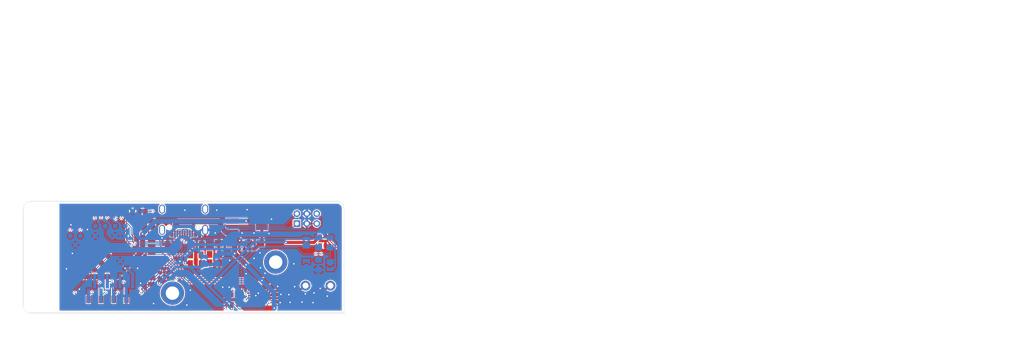
<source format=kicad_pcb>
(kicad_pcb (version 20240108) (generator "pcbnew") (generator_version "8.0")
  (title_block (date "2024-12-31") (rev "v1"))
  (layers (0 "F.Cu" signal) (31 "B.Cu" signal) (34 "B.Paste" user) (35 "F.Paste" user) (36 "B.SilkS" user "B.Silkscreen") (37 "F.SilkS" user "F.Silkscreen") (38 "B.Mask" user) (39 "F.Mask" user) (44 "Edge.Cuts" user))
  (net 0 "")
  (net 1 "/3V3")
  (net 2 "GND")
  (net 3 "/5V")
  (net 4 "Net-(J1-Pin_2)")
  (net 5 "Net-(J1-Pin_1)")
  (net 6 "/SD_MODE")
  (net 7 "/GAIN_SLOT")
  (net 8 "/ESP_LED")
  (net 9 "Net-(USBC1-CC1)")
  (net 10 "Net-(USBC1-CC2)")
  (net 11 "/ESP_PROG")
  (net 12 "/ESP_EN")
  (net 13 "/USB_N")
  (net 14 "/ESP_TXD")
  (net 15 "/ESP_RXD")
  (net 16 "/USB_P")
  (net 17 "/I2S_BCLK")
  (net 18 "/I2S_LRCLK")
  (net 19 "/I2S_DIN")
  (net 26 "/GPIO_21")
  (net 27 "/GPIO_19")
  (net 28 "/GPIO_16")
  (net 29 "/GPIO_17")
  (net 30 "/GPIO_5")
  (net 31 "/GPIO_18")
  (net 32 "/GPIO_4")
  (net 33 "/GPIO_35")
  (net 34 "/GPIO_25")
  (net 35 "/GPIO_32")
  (net 36 "/GPIO_26")
  (net 37 "/GPIO_34")
  (net 38 "/GPIO_33")
  (net 50 "unconnected-(U5-IO48-Pad25)")
  (net 52 "Net-(LED1--)")
  (net 53 "Net-(LED2-K)")
  (net 55 "/WLED_VDD")
  (net 56 "Net-(LED3-DO)")
  (net 57 "/WLED")
  (net 58 "Net-(LED4-DO)")
  (footprint "easyeda2kicad:LED-SMD_4P-L2.0-W2.0-TL_WS2812B-2020" (layer "F.Cu") (at 135.2 108 90)
    (property "Reference" "LED5" (hide yes))
    (property "Value" "WS2812B-2020")
  )
  (footprint "easyeda2kicad:LED-SMD_4P-L2.0-W2.0-TL_WS2812B-2020" (layer "F.Cu") (at 103.4 114.9 180)
    (property "Reference" "LED3" (hide yes))
    (property "Value" "WS2812B-2020")
  )
  (footprint "easyeda2kicad:R0805" (layer "F.Cu") (at 111.1 114.2 180)
    (property "Reference" "R1" (hide yes))
    (property "Value" "100")
  )
  (footprint "easyeda2kicad:LED-SMD_4P-L2.0-W2.0-TL_WS2812B-2020" (layer "F.Cu") (at 116.4 119.8 -90)
    (property "Reference" "LED4" (hide yes))
    (property "Value" "WS2812B-2020")
  )
  (footprint "easyeda2kicad:CONN-TH_2P-P5.00_WJ128V-5.0-2P" (layer "F.Cu") (at 134.25 117)
    (property "Reference" "J1" (hide yes))
    (property "Value" "Screw_Terminal_01x02")
  )
  (footprint "easyeda2kicad:WIRELM-SMD_ESP32-S3-WROOM-1" (layer "F.Cu") (at 91.9375 111 90)
    (property "Reference" "U5")
    (property "Value" "ESP32-S3-WROOM-1-N4R2")
  )
  (footprint "MountingHole:MountingHole_2.7mm_M2.5_DIN965_Pad" (layer "F.Cu") (at 125.75 112.25)
    (property "Reference" "H1" (hide yes))
    (property "Value" "MountingHole_Pad_MP")
  )
  (footprint "easyeda2kicad:R0805" (layer "F.Cu") (at 109.9 108.7 180)
    (property "Reference" "U3")
    (property "Value" "5k1")
  )
  (footprint "easyeda2kicad:CASE-A_3216" (layer "F.Cu") (at 121.5 108.5 180)
    (property "Reference" "C1" (hide yes))
    (property "Value" "22u (Tantalum)")
  )
  (footprint "LOGO" (layer "F.Cu") (at 111.9 119.6)
    (property "Reference" "G***" (hide yes))
    (property "Value" "LOGO" (hide yes))
  )
  (footprint "easyeda2kicad:LED0805-RD_GREEN" (layer "F.Cu") (at 109.7 112.5 180)
    (property "Reference" "LED2")
    (property "Value" "XL-2012UGC")
  )
  (footprint "easyeda2kicad:R0805" (layer "F.Cu") (at 105 108.7)
    (property "Reference" "U2")
    (property "Value" "5k1")
  )
  (footprint "easyeda2kicad:SOT-223-3_L6.5-W3.4-P2.30-LS7.0-BR" (layer "F.Cu") (at 120 104 180)
    (property "Reference" "U1" (hide yes))
    (property "Value" "AMS1117-3.3")
  )
  (footprint "easyeda2kicad:USB-C_SMD-TYPE-C-31-M-12" (layer "F.Cu") (at 107.25 104.0525 180)
    (property "Reference" "USBC1" (hide yes))
    (property "Value" "TYPE-C-31-M-12")
  )
  (footprint "easyeda2kicad:R0805" (layer "F.Cu") (at 113.45 112.4 180)
    (property "Reference" "R3")
    (property "Value" "100")
  )
  (footprint "MountingHole:MountingHole_2.7mm_M2.5_DIN965_Pad" (layer "F.Cu") (at 105 118.5)
    (property "Reference" "H3" (hide yes))
    (property "Value" "MountingHole_Pad_MP")
  )
  (footprint "Connector_PinHeader_2.00mm:PinHeader_2x03_P2.00mm_Vertical" (layer "F.Cu") (at 130 104.5 90)
    (property "Reference" "J3" (hide yes))
    (property "Value" "Conn_02x03_Counter_Clockwise")
  )
  (footprint "easyeda2kicad:C0805" (layer "F.Cu") (at 125.6 115.9)
    (property "Reference" "C3")
    (property "Value" "10u")
  )
  (footprint "easyeda2kicad:C0805" (layer "F.Cu") (at 118.5 119.5 -90)
    (property "Reference" "C6")
    (property "Value" "0.1u")
  )
  (footprint "easyeda2kicad:TQFN-16_L3.0-W3.0-P0.50-BL-EP1.5" (layer "F.Cu") (at 122 118.75 -90)
    (property "Reference" "U4" (hide yes))
    (property "Value" "MAX98357AETE+T")
  )
  (footprint "easyeda2kicad:R0805" (layer "F.Cu") (at 113.45 110.7 180)
    (property "Reference" "R8")
    (property "Value" "100")
  )
  (footprint "easyeda2kicad:CASE-A_3216" (layer "F.Cu") (at 115.5 108.5 180)
    (property "Reference" "C2" (hide yes))
    (property "Value" "22u (Tantalum)")
  )
  (footprint "easyeda2kicad:LED0805-R-RD" (layer "F.Cu") (at 109.7 110.8 180)
    (property "Reference" "LED1")
    (property "Value" "FC-2012HRK-620D")
  )
  (footprint "TestPoint:TestPoint_Pad_D1.0mm" (layer "B.Cu") (at 97 102 180)
    (property "Reference" "TP19" (hide yes))
    (property "Value" "TestPoint")
  )
  (footprint "TestPoint:TestPoint_Pad_D1.0mm" (layer "B.Cu") (at 89.5 105 180)
    (property "Reference" "TP2")
    (property "Value" "TestPoint")
  )
  (footprint "Resistor_SMD:R_0805_2012Metric_Pad1.20x1.40mm_HandSolder" (layer "B.Cu") (at 134.35 108.3 -90)
    (property "Reference" "R5")
    (property "Value" "DNP")
  )
  (footprint "Jumper:SolderJumper-2_P1.3mm_Open_TrianglePad1.0x1.5mm" (layer "B.Cu") (at 111.35 112 90)
    (property "Reference" "JP5")
    (property "Value" "SolderJumper_2_Open")
  )
  (footprint "TestPoint:TestPoint_Pad_D1.0mm" (layer "B.Cu") (at 93.5 105 180)
    (property "Reference" "TP5")
    (property "Value" "TestPoint")
  )
  (footprint "TestPoint:TestPoint_Pad_D1.0mm" (layer "B.Cu") (at 85.5 108.8 180)
    (property "Reference" "TP17")
    (property "Value" "TestPoint")
  )
  (footprint "Jumper:SolderJumper-2_P1.3mm_Open_TrianglePad1.0x1.5mm" (layer "B.Cu") (at 131.9 108.3 90)
    (property "Reference" "JP3")
    (property "Value" "SolderJumper_2_Open")
  )
  (footprint "Connector_PinHeader_1.27mm:PinHeader_1x08_P1.27mm_Vertical_SMD_Pin1Right" (layer "B.Cu") (at 92.55 117.55 90)
    (property "Reference" "J2")
    (property "Value" "Conn_01x08_Pin")
  )
  (footprint "TestPoint:TestPoint_Pad_D1.0mm" (layer "B.Cu") (at 84.5 107 180)
    (property "Reference" "TP16")
    (property "Value" "TestPoint")
  )
  (footprint "TestPoint:TestPoint_Pad_D1.0mm" (layer "B.Cu") (at 94.5 112 180)
    (property "Reference" "TP1")
    (property "Value" "TestPoint")
  )
  (footprint "TestPoint:TestPoint_Pad_D1.0mm" (layer "B.Cu") (at 99 102 180)
    (property "Reference" "TP18" (hide yes))
    (property "Value" "TestPoint")
  )
  (footprint "Jumper:SolderJumper-2_P1.3mm_Open_TrianglePad1.0x1.5mm" (layer "B.Cu") (at 113.9 112 90)
    (property "Reference" "JP4")
    (property "Value" "SolderJumper_2_Open")
  )
  (footprint "Resistor_SMD:R_0805_2012Metric_Pad1.20x1.40mm_HandSolder" (layer "B.Cu") (at 136.7 108.35 -90)
    (property "Reference" "R4")
    (property "Value" "DNP")
  )
  (footprint "TestPoint:TestPoint_Pad_D1.0mm" (layer "B.Cu") (at 95.5 105 180)
    (property "Reference" "TP12")
    (property "Value" "TestPoint")
  )
  (footprint "Jumper:SolderJumper-2_P1.3mm_Open_TrianglePad1.0x1.5mm" (layer "B.Cu") (at 131.9 112.8 90)
    (property "Reference" "JP2")
    (property "Value" "SolderJumper_2_Open")
  )
  (footprint "TestPoint:TestPoint_Pad_D1.0mm" (layer "B.Cu") (at 93.5 107 180)
    (property "Reference" "TP6")
    (property "Value" "TestPoint")
  )
  (footprint "TestPoint:TestPoint_Pad_D1.0mm" (layer "B.Cu") (at 86.5 107 180)
    (property "Reference" "TP15")
    (property "Value" "TestPoint")
  )
  (footprint "TestPoint:TestPoint_Pad_D1.0mm" (layer "B.Cu") (at 95.5 107 180)
    (property "Reference" "TP4")
    (property "Value" "TestPoint")
  )
  (footprint "Jumper:SolderJumper-2_P1.3mm_Open_TrianglePad1.0x1.5mm" (layer "B.Cu") (at 136.7 112.85 -90)
    (property "Reference" "JP1")
    (property "Value" "SolderJumper_2_Open")
  )
  (footprint "TestPoint:TestPoint_Pad_D1.0mm" (layer "B.Cu") (at 91.5 105 180)
    (property "Reference" "TP3")
    (property "Value" "TestPoint")
  )
  (footprint "Resistor_SMD:R_0805_2012Metric_Pad1.20x1.40mm_HandSolder" (layer "B.Cu") (at 134.35 112.8 -90)
    (property "Reference" "R6")
    (property "Value" "DNP")
  )
  (footprint "TestPoint:TestPoint_Pad_D1.0mm" (layer "B.Cu") (at 89.5 107 180)
    (property "Reference" "TP13")
    (property "Value" "TestPoint")
  )
  (gr_line (start 139.5 122.5) (end 76.5 122.5) (stroke (width 0.1)) (layer "Edge.Cuts"))
  (gr_arc (start 74.999999 101.499999) (mid 75.439339 100.439339) (end 76.499999 99.999999) (stroke (width 0.05)) (layer "Edge.Cuts"))
  (gr_arc (start 76.5 122.5) (mid 75.43934 122.06066) (end 75 121) (stroke (width 0.05)) (layer "Edge.Cuts"))
  (gr_line (start 139.5 122.5) (end 139.5 101.5) (stroke (width 0.05)) (layer "Edge.Cuts"))
  (gr_arc (start 138.093204 100) (mid 139.093272 100.471764) (end 139.5 101.5) (stroke (width 0.05)) (layer "Edge.Cuts"))
  (gr_line (start 76.499999 99.999999) (end 138.093204 100) (stroke (width 0.1)) (layer "Edge.Cuts"))
  (gr_line (start 75 121) (end 74.999999 101.499999) (stroke (width 0.1)) (layer "Edge.Cuts"))
  (segment (start 108.6 112.5) (end 108.6 112.7) (width 0.6) (layer "F.Cu") (net 1))
  (segment (start 84.3175 119.75) (end 84.3175 117.3825) (width 0.8) (layer "F.Cu") (net 1))
  (segment (start 121.6 109.6) (end 122.7 108.5) (width 0.6) (layer "F.Cu") (net 1))
  (segment (start 122.97 104) (end 122.97 108.23) (width 0.6) (layer "F.Cu") (net 1))
  (segment (start 118.95 109.6) (end 121.6 109.6) (width 0.6) (layer "F.Cu") (net 1))
  (segment (start 84.3175 117.3825) (end 86.5 115.2) (width 1) (layer "F.Cu") (net 1))
  (segment (start 108.6 112.7) (end 110.1 114.2) (width 0.6) (layer "F.Cu") (net 1))
  (segment (start 99 110) (end 99 106.55) (width 1) (layer "F.Cu") (net 1))
  (segment (start 93.8 115.2) (end 99 110) (width 1) (layer "F.Cu") (net 1))
  (segment (start 86.5 115.2) (end 93.8 115.2) (width 1) (layer "F.Cu") (net 1))
  (segment (start 107.6 112.4) (end 108.5 112.4) (width 0.6) (layer "F.Cu") (net 1))
  (segment (start 108.5 112.4) (end 108.6 112.5) (width 0.6) (layer "F.Cu") (net 1))
  (segment (start 117.03 104) (end 122.97 104) (width 1) (layer "F.Cu") (net 1))
  (via (at 118.95 109.6) (size 0.6) (drill 0.3) (layers "F.Cu" "B.Cu") (net 1))
  (via (at 99 106.55) (size 0.6) (drill 0.3) (layers "F.Cu" "B.Cu") (net 1))
  (via (at 107.6 112.4) (size 0.6) (drill 0.3) (layers "F.Cu" "B.Cu") (net 1))
  (via (at 119.8 104) (size 0.6) (drill 0.3) (layers "F.Cu" "B.Cu") (net 1))
  (via (at 95.5 113.5) (size 0.6) (drill 0.3) (layers "F.Cu" "B.Cu") (net 1))
  (segment (start 109.5 109.6) (end 109.675 109.6) (width 0.6) (layer "B.Cu") (net 1))
  (segment (start 101.55 104) (end 119.8 104) (width 1) (layer "B.Cu") (net 1))
  (segment (start 118.95 109.6) (end 109.5 109.6) (width 0.6) (layer "B.Cu") (net 1))
  (segment (start 107.6 111.5) (end 109.5 109.6) (width 0.6) (layer "B.Cu") (net 1))
  (segment (start 109.675 109.6) (end 111.35 111.275) (width 0.6) (layer "B.Cu") (net 1))
  (segment (start 107.6 112.4) (end 107.6 111.5) (width 0.6) (layer "B.Cu") (net 1))
  (segment (start 95.9 113.5) (end 96.995 114.595) (width 0.7) (layer "B.Cu") (net 1))
  (segment (start 99 106.55) (end 101.55 104) (width 1) (layer "B.Cu") (net 1))
  (segment (start 95.9 113.5) (end 95.5 113.5) (width 0.7) (layer "B.Cu") (net 1))
  (segment (start 96.995 116.05) (end 96.995 114.595) (width 0.3) (layer "B.Cu") (net 1))
  (segment (start 121.75 117.25) (end 121.75 118.5) (width 0.16) (layer "F.Cu") (net 2))
  (segment (start 120.5 119) (end 121.75 119) (width 0.16) (layer "F.Cu") (net 2))
  (segment (start 123.5 118.5) (end 122.25 118.5) (width 0.16) (layer "F.Cu") (net 2))
  (via (at 101.2 120.6) (size 0.6) (drill 0.3) (layers "F.Cu" "B.Cu") (net 2))
  (via (at 83.7 113.6) (size 0.6) (drill 0.3) (layers "F.Cu" "B.Cu") (net 2))
  (via (at 134.7 117.55) (size 0.6) (drill 0.3) (layers "F.Cu" "B.Cu") (net 2))
  (via (at 84.6 104.75) (size 0.6) (drill 0.3) (layers "F.Cu" "B.Cu") (net 2))
  (via (at 86.3 117.7) (size 0.6) (drill 0.3) (layers "F.Cu" "B.Cu") (net 2))
  (via (at 123.6 114.5) (size 0.6) (drill 0.3) (layers "F.Cu" "B.Cu") (net 2))
  (via (at 126.8 118.75) (size 0.6) (drill 0.3) (layers "F.Cu" "B.Cu") (net 2))
  (via (at 121.75 119) (size 0.6) (drill 0.3) (layers "F.Cu" "B.Cu") (net 2))
  (via (at 116.5 111.9) (size 0.6) (drill 0.3) (layers "F.Cu" "B.Cu") (net 2))
  (via (at 122.6 110.4) (size 0.6) (drill 0.3) (layers "F.Cu" "B.Cu") (net 2))
  (via (at 128.4 118.8) (size 0.6) (drill 0.3) (layers "F.Cu" "B.Cu") (net 2))
  (via (at 119 106.4) (size 0.6) (drill 0.3) (layers "F.Cu" "B.Cu") (net 2))
  (via (at 121.4 106.4) (size 0.6) (drill 0.3) (layers "F.Cu" "B.Cu") (net 2))
  (via (at 131.05 120.3) (size 0.6) (drill 0.3) (layers "F.Cu" "B.Cu") (net 2))
  (via (at 107.5 101.8) (size 0.6) (drill 0.3) (layers "F.Cu" "B.Cu") (net 2))
  (via (at 87.9 105.7) (size 0.6) (drill 0.3) (layers "F.Cu" "B.Cu") (net 2))
  (via (at 126.65 120.4) (size 0.6) (drill 0.3) (layers "F.Cu" "B.Cu") (net 2))
  (via (at 131.7 118.65) (size 0.6) (drill 0.3) (layers "F.Cu" "B.Cu") (net 2))
  (via (at 133.25 120.4) (size 0.6) (drill 0.3) (layers "F.Cu" "B.Cu") (net 2))
  (via (at 133.45 118.45) (size 0.6) (drill 0.3) (layers "F.Cu" "B.Cu") (net 2))
  (via (at 84.9 110.5) (size 0.6) (drill 0.3) (layers "F.Cu" "B.Cu") (net 2))
  (via (at 113.9 101.8) (size 0.6) (drill 0.3) (layers "F.Cu" "B.Cu") (net 2))
  (via (at 108.6 117.9) (size 0.6) (drill 0.3) (layers "F.Cu" "B.Cu") (net 2))
  (via (at 129.4 112.6) (size 0.6) (drill 0.3) (layers "F.Cu" "B.Cu") (net 2))
  (via (at 122.7 113.4) (size 0.6) (drill 0.3) (layers "F.Cu" "B.Cu") (net 2))
  (via (at 107.9 120.9) (size 0.6) (drill 0.3) (layers "F.Cu" "B.Cu") (net 2))
  (via (at 98.6 116.5) (size 0.6) (drill 0.3) (layers "F.Cu" "B.Cu") (net 2))
  (via (at 126.15 117.15) (size 0.6) (drill 0.3) (layers "F.Cu" "B.Cu") (net 2))
  (via (at 102.9 107.4) (size 0.6) (drill 0.3) (layers "F.Cu" "B.Cu") (net 2))
  (via (at 128.65 120.35) (size 0.6) (drill 0.3) (layers "F.Cu" "B.Cu") (net 2))
  (via (at 119.8 114.6) (size 0.6) (drill 0.3) (layers "F.Cu" "B.Cu") (net 2))
  (via (at 120 101.7) (size 0.6) (drill 0.3) (layers "F.Cu" "B.Cu") (net 2))
  (via (at 98 113.5) (size 0.6) (drill 0.3) (layers "F.Cu" "B.Cu") (net 2))
  (via (at 124.9 103.6) (size 0.6) (drill 0.3) (layers "F.Cu" "B.Cu") (net 2))
  (via (at 129.55 117.2) (size 0.6) (drill 0.3) (layers "F.Cu" "B.Cu") (net 2))
  (via (at 113.6 106.4) (size 0.6) (drill 0.3) (layers "F.Cu" "B.Cu") (net 2))
  (via (at 116.4 117.3) (size 0.6) (drill 0.3) (layers "F.Cu" "B.Cu") (net 2))
  (via (at 136.1 119.1) (size 0.6) (drill 0.3) (layers "F.Cu" "B.Cu") (net 2))
  (via (at 122.25 118.5) (size 0.6) (drill 0.3) (layers "F.Cu" "B.Cu") (net 2))
  (via (at 115.1 117.3) (size 0.6) (drill 0.3) (layers "F.Cu" "B.Cu") (net 2))
  (via (at 106.5 112.1) (size 0.6) (drill 0.3) (layers "F.Cu" "B.Cu") (net 2))
  (via (at 121.4 111.5) (size 0.6) (drill 0.3) (layers "F.Cu" "B.Cu") (net 2))
  (via (at 124.4 106.5) (size 0.6) (drill 0.3) (layers "F.Cu" "B.Cu") (net 2))
  (segment (start 106.1625 104.1375) (end 105.6 104.7) (width 1) (layer "F.Cu") (net 3))
  (segment (start 116.56 107.86) (end 117.5 108.8) (width 1) (layer "F.Cu") (net 3))
  (segment (start 105.6 105.108516) (end 105.6 104.7) (width 0.3) (layer "F.Cu") (net 3))
  (segment (start 109.8 106.008516) (end 109.2 105.408516) (width 0.3) (layer "F.Cu") (net 3))
  (segment (start 114.71 104.51) (end 114.3375 104.1375) (width 1) (layer "F.Cu") (net 3))
  (segment (start 105 105.708516) (end 105.6 105.108516) (width 0.3) (layer "F.Cu") (net 3))
  (segment (start 117.5 108.8) (end 118.4 107.9) (width 1) (layer "F.Cu") (net 3))
  (segment (start 122.25 120.25) (end 122.25 121.45) (width 0.2) (layer "F.Cu") (net 3))
  (segment (start 119.8 112.8) (end 117.5 110.5) (width 1) (layer "F.Cu") (net 3))
  (segment (start 115.86 106.3) (end 116.56 106.3) (width 1) (layer "F.Cu") (net 3))
  (segment (start 122.75 120.25) (end 122.75 121.5) (width 0.2) (layer "F.Cu") (net 3))
  (segment (start 116.56 107.45) (end 116.56 107.86) (width 1) (layer "F.Cu") (net 3))
  (segment (start 109.2 104.1375) (end 106.1625 104.1375) (width 1) (layer "F.Cu") (net 3))
  (segment (start 105 106.5225) (end 105 105.708516) (width 0.3) (layer "F.Cu") (net 3))
  (segment (start 114.71 105.15) (end 115.86 106.3) (width 1) (layer "F.Cu") (net 3))
  (segment (start 123 115.95) (end 124.32 115.95) (width 1) (layer "F.Cu") (net 3))
  (segment (start 116.56 106.3) (end 116.56 107.45) (width 1) (layer "F.Cu") (net 3))
  (segment (start 117.5 110.5) (end 117.5 108.8) (width 1) (layer "F.Cu") (net 3))
  (segment (start 118.4 107.9) (end 118.5 107.9) (width 1) (layer "F.Cu") (net 3))
  (segment (start 119.5 121.5) (end 118.5 120.5) (width 1) (layer "F.Cu") (net 3))
  (segment (start 116.56 107.45) (end 116.56 108.36) (width 1) (layer "F.Cu") (net 3))
  (segment (start 114.71 104.51) (end 114.71 105.15) (width 1) (layer "F.Cu") (net 3))
  (segment (start 125.45 121.5) (end 119.5 121.5) (width 1) (layer "F.Cu") (net 3))
  (segment (start 114.3375 104.1375) (end 109.2 104.1375) (width 1) (layer "F.Cu") (net 3))
  (segment (start 109.8 106.5225) (end 109.8 106.008516) (width 0.3) (layer "F.Cu") (net 3))
  (segment (start 109.2 105.408516) (end 109.2 104.1375) (width 0.5) (layer "F.Cu") (net 3))
  (via (at 119.8 112.8) (size 0.6) (drill 0.3) (layers "F.Cu" "B.Cu") (net 3))
  (via (at 125.45 121.5) (size 0.6) (drill 0.3) (layers "F.Cu" "B.Cu") (net 3))
  (via (at 123 115.95) (size 0.6) (drill 0.3) (layers "F.Cu" "B.Cu") (net 3))
  (via (at 117.5 110.5) (size 0.6) (drill 0.3) (layers "F.Cu" "B.Cu") (net 3))
  (via (at 118.5 107.9) (size 0.6) (drill 0.3) (layers "F.Cu" "B.Cu") (net 3))
  (segment (start 136.7 113.575) (end 137.455 113.575) (width 0.3) (layer "B.Cu") (net 3))
  (segment (start 131.9 107.575) (end 134.075 107.575) (width 0.3) (layer "B.Cu") (net 3))
  (segment (start 119.85 112.8) (end 125.45 118.4) (width 1) (layer "B.Cu") (net 3))
  (segment (start 131.9 107.575) (end 118.825 107.575) (width 0.3) (layer "B.Cu") (net 3))
  (segment (start 137.705 108.355) (end 136.7 107.35) (width 0.3) (layer "B.Cu") (net 3))
  (segment (start 125.45 118.4) (end 125.45 121.5) (width 1) (layer "B.Cu") (net 3))
  (segment (start 119.8 112.8) (end 119.85 112.8) (width 1) (layer "B.Cu") (net 3))
  (segment (start 117.5 110.5) (end 114.520097 110.5) (width 1) (layer "B.Cu") (net 3))
  (segment (start 137.705 113.325) (end 137.705 108.355) (width 0.3) (layer "B.Cu") (net 3))
  (segment (start 114.520097 110.5) (end 113.9 111.120097) (width 1) (layer "B.Cu") (net 3))
  (segment (start 137.455 113.575) (end 137.705 113.325) (width 0.3) (layer "B.Cu") (net 3))
  (segment (start 136.7 107.35) (end 134.4 107.35) (width 0.3) (layer "B.Cu") (net 3))
  (segment (start 118.825 107.575) (end 118.5 107.9) (width 0.3) (layer "B.Cu") (net 3))
  (segment (start 124.25 119.5) (end 134 119.5) (width 0.4) (layer "F.Cu") (net 4))
  (segment (start 134 119.5) (end 136.5 117) (width 0.4) (layer "F.Cu") (net 4))
  (segment (start 124.25 119.5) (end 123.5 119.5) (width 0.2) (layer "F.Cu") (net 4))
  (segment (start 131.5 117) (end 130.45 118.05) (width 0.4) (layer "F.Cu") (net 5))
  (segment (start 123.85 119) (end 123.5 119) (width 0.2) (layer "F.Cu") (net 5))
  (segment (start 124.8 118.05) (end 124.4 118.45) (width 0.4) (layer "F.Cu") (net 5))
  (segment (start 124.4 118.45) (end 123.85 119) (width 0.3) (layer "F.Cu") (net 5))
  (segment (start 130.45 118.05) (end 124.8 118.05) (width 0.4) (layer "F.Cu") (net 5))
  (segment (start 119.7 119.9) (end 120.1 119.5) (width 0.16) (layer "F.Cu") (net 6))
  (segment (start 120.1 119.5) (end 120.5 119.5) (width 0.16) (layer "F.Cu") (net 6))
  (segment (start 133.8 110.6) (end 134.9 110.6) (width 0.16) (layer "F.Cu") (net 6))
  (via micro (at 133.8 110.6) (size 0.45) (drill 0.3) (layers "F.Cu" "B.Cu") (net 6))
  (via micro (at 119.7 119.9) (size 0.45) (drill 0.3) (layers "F.Cu" "B.Cu") (net 6))
  (via micro (at 134.9 110.6) (size 0.45) (drill 0.3) (layers "F.Cu" "B.Cu") (net 6))
  (segment (start 119 117.111177) (end 120.33 118.441177) (width 0.16) (layer "B.Cu") (net 6))
  (segment (start 134.9 110.6) (end 135 110.5) (width 0.16) (layer "B.Cu") (net 6))
  (segment (start 136.7 110.5) (end 136.7 112.125) (width 0.16) (layer "B.Cu") (net 6))
  (segment (start 130 109.285) (end 122.325 109.285) (width 0.16) (layer "B.Cu") (net 6))
  (segment (start 131.315 110.6) (end 130 109.285) (width 0.16) (layer "B.Cu") (net 6))
  (segment (start 135 110.5) (end 136.7 110.5) (width 0.16) (layer "B.Cu") (net 6))
  (segment (start 133.8 110.6) (end 131.315 110.6) (width 0.16) (layer "B.Cu") (net 6))
  (segment (start 122.325 109.285) (end 119 112.61) (width 0.16) (layer "B.Cu") (net 6))
  (segment (start 120.33 119.27) (end 119.7 119.9) (width 0.16) (layer "B.Cu") (net 6))
  (segment (start 120.33 118.441177) (end 120.33 119.27) (width 0.16) (layer "B.Cu") (net 6))
  (segment (start 119 112.61) (end 119 117.111177) (width 0.16) (layer "B.Cu") (net 6))
  (segment (start 136.7 109.35) (end 136.7 110.5) (width 0.16) (layer "B.Cu") (net 6))
  (segment (start 119.89 118.5) (end 120.5 118.5) (width 0.16) (layer "F.Cu") (net 7))
  (segment (start 119.8 118.59) (end 119.89 118.5) (width 0.16) (layer "F.Cu") (net 7))
  (via micro (at 119.8 118.59) (size 0.45) (drill 0.3) (layers "F.Cu" "B.Cu") (net 7))
  (segment (start 122.217304 109.025) (end 131.9 109.025) (width 0.16) (layer "B.Cu") (net 7))
  (segment (start 131.9 109.025) (end 134.075 109.025) (width 0.16) (layer "B.Cu") (net 7))
  (segment (start 119.8 118.59) (end 119.8 118.3) (width 0.16) (layer "B.Cu") (net 7))
  (segment (start 118.739999 112.502305) (end 122.217304 109.025) (width 0.16) (layer "B.Cu") (net 7))
  (segment (start 119.8 118.3) (end 118.739999 117.239999) (width 0.16) (layer "B.Cu") (net 7))
  (segment (start 118.739999 117.239999) (end 118.739999 112.502305) (width 0.16) (layer "B.Cu") (net 7))
  (segment (start 134.35 109.3) (end 134.35 111.8) (width 0.16) (layer "B.Cu") (net 7))
  (segment (start 134.35 111.8) (end 132.175 111.8) (width 0.16) (layer "B.Cu") (net 7))
  (segment (start 102.53 107.9725) (end 101.1075 106.55) (width 0.16) (layer "F.Cu") (net 8))
  (segment (start 102.53 108.93) (end 102.53 107.9725) (width 0.16) (layer "F.Cu") (net 8))
  (segment (start 103.4 109.8) (end 104.4 110.8) (width 0.16) (layer "F.Cu") (net 8))
  (segment (start 104.4 110.8) (end 108.65 110.8) (width 0.16) (layer "F.Cu") (net 8))
  (segment (start 103.4 109.8) (end 102.53 108.93) (width 0.16) (layer "F.Cu") (net 8))
  (segment (start 101.1075 106.55) (end 100.8275 106.55) (width 0.16) (layer "F.Cu") (net 8))
  (segment (start 108.5 106.5225) (end 108.5 108.3) (width 0.16) (layer "F.Cu") (net 9))
  (segment (start 108.5 108.3) (end 108.9 108.7) (width 0.16) (layer "F.Cu") (net 9))
  (segment (start 105.5 108.2) (end 106 108.7) (width 0.16) (layer "F.Cu") (net 10))
  (segment (start 105.5 106.5225) (end 105.5 108.2) (width 0.16) (layer "F.Cu") (net 10))
  (segment (start 99.8075 102) (end 99.5575 102.25) (width 0.16) (layer "F.Cu") (net 11))
  (segment (start 101 102) (end 99.8075 102) (width 0.16) (layer "F.Cu") (net 11))
  (via micro (at 101 102) (size 0.45) (drill 0.3) (layers "F.Cu" "B.Cu") (net 11))
  (segment (start 99 102) (end 101 102) (width 0.16) (layer "B.Cu") (net 11))
  (segment (start 85.5875 119.75) (end 85.5875 118.5875) (width 0.16) (layer "F.Cu") (net 12))
  (segment (start 111.11 115.19) (end 112.1 114.2) (width 0.16) (layer "F.Cu") (net 12))
  (segment (start 104.7 111.540344) (end 108.349656 115.19) (width 0.16) (layer "F.Cu") (net 12))
  (segment (start 104.7 111.3) (end 104.7 111.540344) (width 0.16) (layer "F.Cu") (net 12))
  (segment (start 85.5875 118.5875) (end 85.4 118.4) (width 0.16) (layer "F.Cu") (net 12))
  (segment (start 108.349656 115.19) (end 111.11 115.19) (width 0.16) (layer "F.Cu") (net 12))
  (via micro (at 85.4 118.4) (size 0.45) (drill 0.3) (layers "F.Cu" "B.Cu") (net 12))
  (via micro (at 104.7 111.3) (size 0.45) (drill 0.3) (layers "F.Cu" "B.Cu") (net 12))
  (segment (start 85.4 118.4) (end 85.4 117.84) (width 0.16) (layer "B.Cu") (net 12))
  (segment (start 104.1 110.7) (end 104.7 111.3) (width 0.16) (layer "B.Cu") (net 12))
  (segment (start 92.54 110.7) (end 102.9 110.7) (width 0.16) (layer "B.Cu") (net 12))
  (segment (start 102.9 110.7) (end 104.1 110.7) (width 0.16) (layer "B.Cu") (net 12))
  (segment (start 85.4 117.84) (end 92.54 110.7) (width 0.16) (layer "B.Cu") (net 12))
  (segment (start 107.975 107.0475) (end 107.975 107.645647) (width 0.2) (layer "F.Cu") (net 13))
  (segment (start 98.2875 118.9025) (end 98.2875 119.75) (width 0.2) (layer "F.Cu") (net 13))
  (segment (start 107.15 105.6725) (end 107.85 105.6725) (width 0.2) (layer "F.Cu") (net 13))
  (segment (start 107.547488 108.073159) (end 107.547488 108.249936) (width 0.2) (layer "F.Cu") (net 13))
  (segment (start 98.68 118.51) (end 98.2875 118.9025) (width 0.2) (layer "F.Cu") (net 13))
  (segment (start 107.85 105.6725) (end 108 105.8225) (width 0.2) (layer "F.Cu") (net 13))
  (segment (start 108 106.5225) (end 108 107.0225) (width 0.2) (layer "F.Cu") (net 13))
  (segment (start 107.975 107.645647) (end 107.547488 108.073159) (width 0.2) (layer "F.Cu") (net 13))
  (segment (start 108 107.0225) (end 107.975 107.0475) (width 0.2) (layer "F.Cu") (net 13))
  (segment (start 108 105.8225) (end 108 106.5225) (width 0.2) (layer "F.Cu") (net 13))
  (segment (start 107 106.5225) (end 107 105.8225) (width 0.2) (layer "F.Cu") (net 13))
  (segment (start 107 105.8225) (end 107.15 105.6725) (width 0.2) (layer "F.Cu") (net 13))
  (via micro (at 107.547488 108.249936) (size 0.45) (drill 0.3) (layers "F.Cu" "B.Cu") (net 13))
  (via micro (at 98.68 118.51) (size 0.45) (drill 0.3) (layers "F.Cu" "B.Cu") (net 13))
  (segment (start 107.547488 109.797512) (end 107.547488 108.249936) (width 0.2) (layer "B.Cu") (net 13))
  (segment (start 98.68 118.51) (end 98.835 118.51) (width 0.2) (layer "B.Cu") (net 13))
  (segment (start 98.835 118.51) (end 107.547488 109.797512) (width 0.2) (layer "B.Cu") (net 13))
  (segment (start 86.8575 102.25) (end 86.8575 103.4425) (width 0.16) (layer "F.Cu") (net 14))
  (segment (start 86.8575 103.4425) (end 84.5 105.8) (width 0.16) (layer "F.Cu") (net 14))
  (via micro (at 84.5 105.8) (size 0.45) (drill 0.3) (layers "F.Cu" "B.Cu") (net 14))
  (segment (start 84.5 105.8) (end 84.5 107) (width 0.16) (layer "B.Cu") (net 14))
  (segment (start 88.1275 102.25) (end 88.1275 104.1725) (width 0.16) (layer "F.Cu") (net 15))
  (segment (start 88.1275 104.1725) (end 86.5 105.8) (width 0.16) (layer "F.Cu") (net 15))
  (via micro (at 86.5 105.8) (size 0.45) (drill 0.3) (layers "F.Cu" "B.Cu") (net 15))
  (segment (start 86.5 105.8) (end 86.5 107) (width 0.16) (layer "B.Cu") (net 15))
  (segment (start 107.229289 107.75496) (end 107.052512 107.75496) (width 0.2) (layer "F.Cu") (net 16))
  (segment (start 106.5 106.5225) (end 106.5 107.2) (width 0.2) (layer "F.Cu") (net 16))
  (segment (start 107.35 107.3725) (end 107.5 107.2225) (width 0.2) (layer "F.Cu") (net 16))
  (segment (start 107.5 107.0225) (end 107.525 107.0475) (width 0.2) (layer "F.Cu") (net 16))
  (segment (start 106.6725 107.3725) (end 107.35 107.3725) (width 0.2) (layer "F.Cu") (net 16))
  (segment (start 107.525 107.0475) (end 107.525 107.459249) (width 0.2) (layer "F.Cu") (net 16))
  (segment (start 107.5 106.5225) (end 107.5 107.0225) (width 0.2) (layer "F.Cu") (net 16))
  (segment (start 99.5575 118.482862) (end 99.5575 119.75) (width 0.2) (layer "F.Cu") (net 16))
  (segment (start 106.5 107.2) (end 106.6725 107.3725) (width 0.2) (layer "F.Cu") (net 16))
  (segment (start 107.525 107.459249) (end 107.229289 107.75496) (width 0.2) (layer "F.Cu") (net 16))
  (segment (start 107.5 107.2225) (end 107.5 106.5225) (width 0.2) (layer "F.Cu") (net 16))
  (segment (start 98.56 117.61) (end 98.684638 117.61) (width 0.2) (layer "F.Cu") (net 16))
  (segment (start 98.684638 117.61) (end 99.5575 118.482862) (width 0.2) (layer "F.Cu") (net 16))
  (via micro (at 98.56 117.61) (size 0.45) (drill 0.3) (layers "F.Cu" "B.Cu") (net 16))
  (via micro (at 107.052512 107.75496) (size 0.45) (drill 0.3) (layers "F.Cu" "B.Cu") (net 16))
  (segment (start 107.047488 107.759984) (end 107.052512 107.75496) (width 0.2) (layer "B.Cu") (net 16))
  (segment (start 98.56 117.61) (end 98.57 117.6) (width 0.2) (layer "B.Cu") (net 16))
  (segment (start 98.57 117.6) (end 99.165736 117.6) (width 0.2) (layer "B.Cu") (net 16))
  (segment (start 107.047488 109.718248) (end 107.047488 107.759984) (width 0.2) (layer "B.Cu") (net 16))
  (segment (start 99.165736 117.6) (end 107.047488 109.718248) (width 0.2) (layer "B.Cu") (net 16))
  (segment (start 100.8275 111.63) (end 103.63 111.63) (width 0.16) (layer "F.Cu") (net 17))
  (segment (start 108.01 116.01) (end 120.41 116.01) (width 0.16) (layer "F.Cu") (net 17))
  (segment (start 121.25 116.85) (end 121.25 117.25) (width 0.16) (layer "F.Cu") (net 17))
  (segment (start 120.41 116.01) (end 121.25 116.85) (width 0.16) (layer "F.Cu") (net 17))
  (segment (start 103.63 111.63) (end 108.01 116.01) (width 0.16) (layer "F.Cu") (net 17))
  (segment (start 108.179828 115.6) (end 102.949828 110.37) (width 0.16) (layer "F.Cu") (net 18))
  (segment (start 102.949828 110.37) (end 100.8275 110.37) (width 0.16) (layer "F.Cu") (net 18))
  (segment (start 122.25 117.25) (end 122.25 116.665) (width 0.16) (layer "F.Cu") (net 18))
  (segment (start 121.185 115.6) (end 108.179828 115.6) (width 0.16) (layer "F.Cu") (net 18))
  (segment (start 122.25 116.665) (end 121.185 115.6) (width 0.16) (layer "F.Cu") (net 18))
  (segment (start 100.8275 112.91) (end 104.330172 112.91) (width 0.16) (layer "F.Cu") (net 19))
  (segment (start 119.72 116.42) (end 120.5 117.2) (width 0.16) (layer "F.Cu") (net 19))
  (segment (start 107.840172 116.42) (end 119.72 116.42) (width 0.16) (layer "F.Cu") (net 19))
  (segment (start 104.330172 112.91) (end 107.840172 116.42) (width 0.16) (layer "F.Cu") (net 19))
  (segment (start 120.5 117.2) (end 120.5 118) (width 0.16) (layer "F.Cu") (net 19))
  (segment (start 89.3975 103.4) (end 89.3975 102.25) (width 0.16) (layer "F.Cu") (net 26))
  (via micro (at 89.3975 103.4) (size 0.45) (drill 0.3) (layers "F.Cu" "B.Cu") (net 26))
  (segment (start 89.3975 103.4) (end 89.5 103.5025) (width 0.16) (layer "B.Cu") (net 26))
  (segment (start 89.5 103.5025) (end 89.5 105) (width 0.16) (layer "B.Cu") (net 26))
  (segment (start 90.6675 103.3) (end 90.6675 102.25) (width 0.16) (layer "F.Cu") (net 27))
  (via micro (at 90.6675 103.3) (size 0.45) (drill 0.3) (layers "F.Cu" "B.Cu") (net 27))
  (segment (start 116.392304 105.24) (end 114.052304 107.58) (width 0.16) (layer "B.Cu") (net 27))
  (segment (start 114.052304 107.58) (end 109.915392 107.58) (width 0.16) (layer "B.Cu") (net 27))
  (segment (start 129.26 105.24) (end 116.392304 105.24) (width 0.16) (layer "B.Cu") (net 27))
  (segment (start 106.164608 106) (end 103.784608 108.38) (width 0.16) (layer "B.Cu") (net 27))
  (segment (start 130 104.5) (end 129.26 105.24) (width 0.16) (layer "B.Cu") (net 27))
  (segment (start 92.65 108.07) (end 91.5 106.92) (width 0.16) (layer "B.Cu") (net 27))
  (segment (start 90.6675 103.3) (end 90.6675 104.1675) (width 0.16) (layer "B.Cu") (net 27))
  (segment (start 91.5 106.92) (end 91.5 105) (width 0.16) (layer "B.Cu") (net 27))
  (segment (start 97.988112 108.38) (end 97.678112 108.07) (width 0.16) (layer "B.Cu") (net 27))
  (segment (start 103.784608 108.38) (end 97.988112 108.38) (width 0.16) (layer "B.Cu") (net 27))
  (segment (start 109.915392 107.58) (end 108.335392 106) (width 0.16) (layer "B.Cu") (net 27))
  (segment (start 90.6675 104.1675) (end 91.5 105) (width 0.16) (layer "B.Cu") (net 27))
  (segment (start 97.678112 108.07) (end 92.65 108.07) (width 0.16) (layer "B.Cu") (net 27))
  (segment (start 108.335392 106) (end 106.164608 106) (width 0.16) (layer "B.Cu") (net 27))
  (segment (start 95.7475 107.7575) (end 95.7475 102.25) (width 0.16) (layer "F.Cu") (net 28))
  (segment (start 96.83 108.84) (end 95.7475 107.7575) (width 0.16) (layer "F.Cu") (net 28))
  (via micro (at 96.83 108.84) (size 0.45) (drill 0.3) (layers "F.Cu" "B.Cu") (net 28))
  (segment (start 108.12 106.52) (end 109.7 108.1) (width 0.16) (layer "B.Cu") (net 28))
  (segment (start 104 108.9) (end 106.38 106.52) (width 0.16) (layer "B.Cu") (net 28))
  (segment (start 106.38 106.52) (end 108.12 106.52) (width 0.16) (layer "B.Cu") (net 28))
  (segment (start 97.728823 108.9) (end 104 108.9) (width 0.16) (layer "B.Cu") (net 28))
  (segment (start 97.02 109.03) (end 97.598823 109.03) (width 0.16) (layer "B.Cu") (net 28))
  (segment (start 96.83 108.84) (end 97.02 109.03) (width 0.16) (layer "B.Cu") (net 28))
  (segment (start 97.598823 109.03) (end 97.728823 108.9) (width 0.16) (layer "B.Cu") (net 28))
  (segment (start 134.855 103.355) (end 134 102.5) (width 0.16) (layer "B.Cu") (net 28))
  (segment (start 109.7 108.1) (end 114.267696 108.1) (width 0.16) (layer "B.Cu") (net 28))
  (segment (start 133.949153 105.76) (end 134.855 104.854153) (width 0.16) (layer "B.Cu") (net 28))
  (segment (start 134.855 104.854153) (end 134.855 103.355) (width 0.16) (layer "B.Cu") (net 28))
  (segment (start 116.607696 105.76) (end 133.949153 105.76) (width 0.16) (layer "B.Cu") (net 28))
  (segment (start 114.267696 108.1) (end 116.607696 105.76) (width 0.16) (layer "B.Cu") (net 28))
  (segment (start 94.8 102.5725) (end 94.4775 102.25) (width 0.16) (layer "F.Cu") (net 29))
  (segment (start 94.8 103.4) (end 94.8 102.5725) (width 0.16) (layer "F.Cu") (net 29))
  (via micro (at 94.8 103.4) (size 0.45) (drill 0.3) (layers "F.Cu" "B.Cu") (net 29))
  (segment (start 96.7 105.238334) (end 94.861666 103.4) (width 0.16) (layer "B.Cu") (net 29))
  (segment (start 113.944608 107.32) (end 110.023088 107.32) (width 0.16) (layer "B.Cu") (net 29))
  (segment (start 103.676912 108.12) (end 98.095808 108.12) (width 0.16) (layer "B.Cu") (net 29))
  (segment (start 125.499999 104.979999) (end 116.284609 104.979999) (width 0.16) (layer "B.Cu") (net 29))
  (segment (start 130 102.5) (end 127.52 104.98) (width 0.16) (layer "B.Cu") (net 29))
  (segment (start 96.7 106.724192) (end 96.7 105.238334) (width 0.16) (layer "B.Cu") (net 29))
  (segment (start 127.52 104.98) (end 125.5 104.98) (width 0.16) (layer "B.Cu") (net 29))
  (segment (start 110.023088 107.32) (end 108.403088 105.7) (width 0.16) (layer "B.Cu") (net 29))
  (segment (start 125.5 104.98) (end 125.499999 104.979999) (width 0.16) (layer "B.Cu") (net 29))
  (segment (start 108.403088 105.7) (end 106.096912 105.7) (width 0.16) (layer "B.Cu") (net 29))
  (segment (start 106.096912 105.7) (end 103.676912 108.12) (width 0.16) (layer "B.Cu") (net 29))
  (segment (start 116.284609 104.979999) (end 113.944608 107.32) (width 0.16) (layer "B.Cu") (net 29))
  (segment (start 94.861666 103.4) (end 94.8 103.4) (width 0.16) (layer "B.Cu") (net 29))
  (segment (start 98.095808 108.12) (end 96.7 106.724192) (width 0.16) (layer "B.Cu") (net 29))
  (segment (start 93.6 103.5) (end 93.2075 103.1075) (width 0.16) (layer "F.Cu") (net 30))
  (segment (start 93.2075 103.1075) (end 93.2075 102.25) (width 0.16) (layer "F.Cu") (net 30))
  (via micro (at 93.6 103.5) (size 0.45) (drill 0.3) (layers "F.Cu" "B.Cu") (net 30))
  (segment (start 93.6 103.5) (end 94 103.5) (width 0.16) (layer "B.Cu") (net 30))
  (segment (start 94 103.5) (end 95.5 105) (width 0.16) (layer "B.Cu") (net 30))
  (segment (start 91.9 102.5875) (end 91.9375 102.55) (width 0.16) (layer "F.Cu") (net 31))
  (segment (start 91.9375 102.55) (end 91.9375 102.25) (width 0.16) (layer "F.Cu") (net 31))
  (segment (start 91.9 103.3) (end 91.9 102.5875) (width 0.16) (layer "F.Cu") (net 31))
  (via micro (at 91.9 103.3) (size 0.45) (drill 0.3) (layers "F.Cu" "B.Cu") (net 31))
  (segment (start 91.9 103.3) (end 91.9 103.4) (width 0.16) (layer "B.Cu") (net 31))
  (segment (start 91.9 103.4) (end 93.5 105) (width 0.16) (layer "B.Cu") (net 31))
  (segment (start 97.4 108.55) (end 97.0175 108.1675) (width 0.16) (layer "F.Cu") (net 32))
  (segment (start 97.0175 108.1675) (end 97.0175 102.25) (width 0.16) (layer "F.Cu") (net 32))
  (via micro (at 97.4 108.55) (size 0.45) (drill 0.3) (layers "F.Cu" "B.Cu") (net 32))
  (segment (start 103.892304 108.64) (end 106.272304 106.26) (width 0.16) (layer "B.Cu") (net 32))
  (segment (start 114.16 107.84) (end 116.5 105.5) (width 0.16) (layer "B.Cu") (net 32))
  (segment (start 97.49 108.64) (end 103.892304 108.64) (width 0.16) (layer "B.Cu") (net 32))
  (segment (start 116.5 105.5) (end 132.209153 105.5) (width 0.16) (layer "B.Cu") (net 32))
  (segment (start 133.209153 104.5) (end 134 104.5) (width 0.16) (layer "B.Cu") (net 32))
  (segment (start 106.272304 106.26) (end 108.227696 106.26) (width 0.16) (layer "B.Cu") (net 32))
  (segment (start 108.227696 106.26) (end 109.807696 107.84) (width 0.16) (layer "B.Cu") (net 32))
  (segment (start 97.4 108.55) (end 97.49 108.64) (width 0.16) (layer "B.Cu") (net 32))
  (segment (start 109.807696 107.84) (end 114.16 107.84) (width 0.16) (layer "B.Cu") (net 32))
  (segment (start 132.209153 105.5) (end 133.209153 104.5) (width 0.16) (layer "B.Cu") (net 32))
  (segment (start 90.3975 120) (end 90.3975 116.4475) (width 0.16) (layer "F.Cu") (net 33))
  (segment (start 90.3975 116.4475) (end 90.3 116.35) (width 0.16) (layer "F.Cu") (net 33))
  (via micro (at 90.3 116.35) (size 0.45) (drill 0.3) (layers "F.Cu" "B.Cu") (net 33))
  (segment (start 90.3 116.35) (end 89.675 116.35) (width 0.16) (layer "B.Cu") (net 33))
  (segment (start 89.675 116.35) (end 89.375 116.05) (width 0.16) (layer "B.Cu") (net 33))
  (segment (start 94.2075 118.6075) (end 94 118.4) (width 0.16) (layer "F.Cu") (net 34))
  (segment (start 94.2075 120) (end 94.2075 118.6075) (width 0.16) (layer "F.Cu") (net 34))
  (via micro (at 94 118.4) (size 0.45) (drill 0.3) (layers "F.Cu" "B.Cu") (net 34))
  (segment (start 94 118.4) (end 93.835 118.4) (width 0.16) (layer "B.Cu") (net 34))
  (segment (start 93.835 118.4) (end 93.185 119.05) (width 0.16) (layer "B.Cu") (net 34))
  (segment (start 91.6675 118.5175) (end 91.55 118.4) (width 0.16) (layer "F.Cu") (net 35))
  (segment (start 91.6675 120) (end 91.6675 118.5175) (width 0.16) (layer "F.Cu") (net 35))
  (via micro (at 91.55 118.4) (size 0.45) (drill 0.3) (layers "F.Cu" "B.Cu") (net 35))
  (segment (start 91.55 118.4) (end 91.295 118.4) (width 0.16) (layer "B.Cu") (net 35))
  (segment (start 91.295 118.4) (end 90.645 119.05) (width 0.16) (layer "B.Cu") (net 35))
  (segment (start 95.4775 120) (end 95.4775 116.5275) (width 0.16) (layer "F.Cu") (net 36))
  (segment (start 95.4775 116.5275) (end 95.2 116.25) (width 0.16) (layer "F.Cu") (net 36))
  (via micro (at 95.2 116.25) (size 0.45) (drill 0.3) (layers "F.Cu" "B.Cu") (net 36))
  (segment (start 95.2 116.25) (end 94.655 116.25) (width 0.16) (layer "B.Cu") (net 36))
  (segment (start 89.1275 120) (end 89.1275 118.6775) (width 0.16) (layer "F.Cu") (net 37))
  (segment (start 89.1275 118.6775) (end 88.8 118.35) (width 0.16) (layer "F.Cu") (net 37))
  (via micro (at 88.8 118.35) (size 0.45) (drill 0.3) (layers "F.Cu" "B.Cu") (net 37))
  (segment (start 88.8 118.355) (end 88.105 119.05) (width 0.16) (layer "B.Cu") (net 37))
  (segment (start 88.8 118.35) (end 88.8 118.355) (width 0.16) (layer "B.Cu") (net 37))
  (segment (start 92.9375 116.2375) (end 92.85 116.15) (width 0.16) (layer "F.Cu") (net 38))
  (segment (start 92.9375 120) (end 92.9375 116.2375) (width 0.16) (layer "F.Cu") (net 38))
  (via micro (at 92.85 116.15) (size 0.45) (drill 0.3) (layers "F.Cu" "B.Cu") (net 38))
  (segment (start 92.85 116.15) (end 92.015 116.15) (width 0.16) (layer "B.Cu") (net 38))
  (segment (start 100.8275 105.28) (end 101.1275 105.28) (width 0.16) (layer "F.Cu") (net 50))
  (segment (start 111.05 111) (end 112.3 111) (width 0.16) (layer "F.Cu") (net 52))
  (segment (start 111.05 112.2) (end 112.3 112.2) (width 0.16) (layer "F.Cu") (net 53))
  (segment (start 133.43 108.3) (end 134.65 107.08) (width 0.6) (layer "F.Cu") (net 55))
  (segment (start 127.8 108.3) (end 133.43 108.3) (width 0.6) (layer "F.Cu") (net 55))
  (segment (start 102.4 115.53) (end 102.48 115.45) (width 0.6) (layer "F.Cu") (net 55))
  (segment (start 102.4 116.5) (end 102.4 115.53) (width 0.6) (layer "F.Cu") (net 55))
  (segment (start 116.9 120.77) (end 116.95 120.72) (width 0.6) (layer "F.Cu") (net 55))
  (segment (start 116.9 121.6) (end 116.9 120.77) (width 0.6) (layer "F.Cu") (net 55))
  (via (at 102.4 116.5) (size 0.6) (drill 0.3) (layers "F.Cu" "B.Cu") (net 55))
  (via (at 116.9 121.6) (size 0.6) (drill 0.3) (layers "F.Cu" "B.Cu") (net 55))
  (via (at 127.8 108.3) (size 0.6) (drill 0.3) (layers "F.Cu" "B.Cu") (net 55))
  (segment (start 127.7 108.2) (end 127.8 108.3) (width 0.6) (layer "B.Cu") (net 55))
  (segment (start 108.4 113.23) (end 105.67 113.23) (width 0.6) (layer "B.Cu") (net 55))
  (segment (start 113.9 112.725) (end 111.35 112.725) (width 0.6) (layer "B.Cu") (net 55))
  (segment (start 111.35 112.725) (end 110.845 113.23) (width 0.6) (layer "B.Cu") (net 55))
  (segment (start 108.4 113.23) (end 108.449239 113.23) (width 0.6) (layer "B.Cu") (net 55))
  (segment (start 124.8 108.2) (end 127.7 108.2) (width 0.6) (layer "B.Cu") (net 55))
  (segment (start 108.449239 113.23) (end 112.40962 117.19038) (width 0.6) (layer "B.Cu") (net 55))
  (segment (start 110.845 113.23) (end 108.4 113.23) (width 0.6) (layer "B.Cu") (net 55))
  (segment (start 112.40962 117.19038) (end 116.819239 121.6) (width 0.6) (layer "B.Cu") (net 55))
  (segment (start 112.40962 117.19038) (end 121.4 108.2) (width 0.6) (layer "B.Cu") (net 55))
  (segment (start 105.67 113.23) (end 102.4 116.5) (width 0.6) (layer "B.Cu") (net 55))
  (segment (start 121.4 108.2) (end 124.8 108.2) (width 0.6) (layer "B.Cu") (net 55))
  (segment (start 116.819239 121.6) (end 116.9 121.6) (width 0.6) (layer "B.Cu") (net 55))
  (segment (start 105.65 115.45) (end 105.8 115.6) (width 0.16) (layer "F.Cu") (net 56))
  (segment (start 115.85 121.4) (end 115.85 120.72) (width 0.16) (layer "F.Cu") (net 56))
  (segment (start 104.32 115.45) (end 105.65 115.45) (width 0.16) (layer "F.Cu") (net 56))
  (segment (start 115.65 121.6) (end 115.85 121.4) (width 0.16) (layer "F.Cu") (net 56))
  (via micro (at 105.8 115.6) (size 0.45) (drill 0.3) (layers "F.Cu" "B.Cu") (net 56))
  (via micro (at 115.65 121.6) (size 0.45) (drill 0.3) (layers "F.Cu" "B.Cu") (net 56))
  (segment (start 115.65 121.6) (end 113.578823 121.6) (width 0.16) (layer "B.Cu") (net 56))
  (segment (start 113.578823 121.6) (end 107.578823 115.6) (width 0.16) (layer "B.Cu") (net 56))
  (segment (start 107.578823 115.6) (end 105.8 115.6) (width 0.16) (layer "B.Cu") (net 56))
  (segment (start 100.8275 114.18) (end 102.31 114.18) (width 0.16) (layer "F.Cu") (net 57))
  (segment (start 102.31 114.18) (end 102.48 114.35) (width 0.16) (layer "F.Cu") (net 57))
  (segment (start 138.9 119.2) (end 138.9 110.23) (width 0.16) (layer "F.Cu") (net 58))
  (segment (start 138.9 110.23) (end 135.75 107.08) (width 0.16) (layer "F.Cu") (net 58))
  (segment (start 116.95 118.05) (end 117.2 117.8) (width 0.16) (layer "F.Cu") (net 58))
  (segment (start 125.46 120.4) (end 126.56 121.5) (width 0.16) (layer "F.Cu") (net 58))
  (segment (start 124.5 120.4) (end 125.46 120.4) (width 0.16) (layer "F.Cu") (net 58))
  (segment (start 116.95 118.88) (end 116.95 118.05) (width 0.16) (layer "F.Cu") (net 58))
  (segment (start 136.6 121.5) (end 138.9 119.2) (width 0.16) (layer "F.Cu") (net 58))
  (segment (start 126.56 121.5) (end 136.6 121.5) (width 0.16) (layer "F.Cu") (net 58))
  (via micro (at 124.5 120.4) (size 0.45) (drill 0.3) (layers "F.Cu" "B.Cu") (net 58))
  (via micro (at 117.2 117.8) (size 0.45) (drill 0.3) (layers "F.Cu" "B.Cu") (net 58))
  (segment (start 117.2 117.8) (end 117.2 120.5) (width 0.16) (layer "B.Cu") (net 58))
  (segment (start 117.2 120.5) (end 118.4 121.7) (width 0.16) (layer "B.Cu") (net 58))
  (segment (start 123.2 121.7) (end 124.5 120.4) (width 0.16) (layer "B.Cu") (net 58))
  (segment (start 118.4 121.7) (end 123.2 121.7) (width 0.16) (layer "B.Cu") (net 58))
  (zone (net 0) (net_name "") (layers "F&B.Cu") (name "WiFi Exclusion") (connect_pads (clearance 0)) (min_thickness 0.25)
    (keepout (tracks allowed) (vias allowed) (pads allowed) (copperpour not_allowed) (footprints allowed))
    (fill (thermal_gap 0.5) (thermal_bridge_width 0.5))
    (polygon (pts (xy 74.05 99) (xy 82.3 99) (xy 82.3 123.5) (xy 74.05 123.5)))
  )
  (zone (net 2) (net_name "GND") (layers "F&B.Cu") (connect_pads (clearance 0.2)) (min_thickness 0.2) (fill yes (thermal_gap 0.25) (thermal_bridge_width 0.5) (island_removal_mode 2) (island_area_min 10))
    (polygon (pts (xy 74.35 99.6) (xy 140.8 99.6) (xy 140.5 123.5) (xy 74.05 123.5)))
  )
)
</source>
